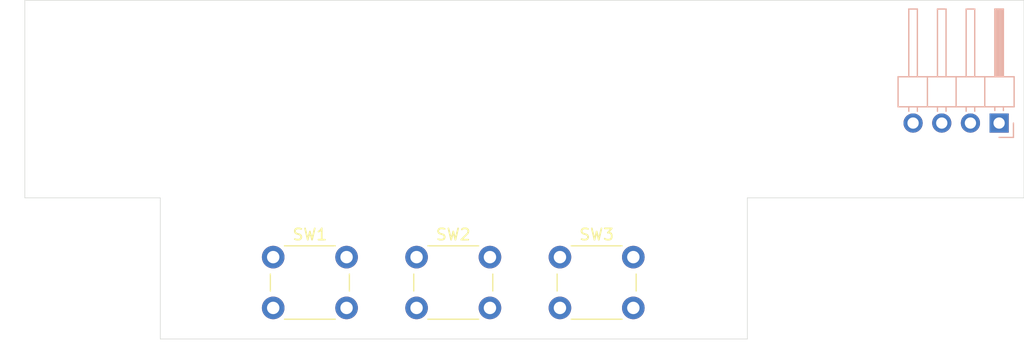
<source format=kicad_pcb>
(kicad_pcb (version 20240108) (generator "pcbnew") (generator_version "8.0")
  (layers (0 "F.Cu" signal) (31 "B.Cu" signal) (34 "B.Paste" user) (35 "F.Paste" user) (36 "B.SilkS" user "B.Silkscreen") (37 "F.SilkS" user "F.Silkscreen") (38 "B.Mask" user) (39 "F.Mask" user) (44 "Edge.Cuts" user))
  (net 0 "")
  (net 1 "/B1")
  (net 2 "/B2")
  (net 3 "/B3")
  (net 4 "/GND")
  (footprint "MountingHole:MountingHole_2.7mm_M2.5" (layer "F.Cu") (at 136.45 32.5)
    (property "Reference" "H4" (hide yes))
    (property "Value" "MountingHole")
    (pad "" np_thru_hole circle (at 0 0) (size 2.7 2.7) (drill 2.7) (layers "*.Cu" "*.Mask"))
  )
  (footprint "Button_Switch_THT:SW_PUSH_6mm" (layer "F.Cu") (at 98.2 45.25)
    (property "Reference" "SW2" (at 3.25 -2 0) (layer "F.SilkS"))
    (property "Value" "SW_Push")
    (fp_line (start -0.25 1.5) (end -0.25 3) (stroke (width 0.12)) (layer "F.SilkS"))
    (fp_line (start 1 5.5) (end 5.5 5.5) (stroke (width 0.12)) (layer "F.SilkS"))
    (fp_line (start 5.5 -1) (end 1 -1) (stroke (width 0.12)) (layer "F.SilkS"))
    (fp_line (start 6.75 3) (end 6.75 1.5) (stroke (width 0.12)) (layer "F.SilkS"))
    (pad "1" thru_hole circle (at 0 0 90) (size 2 2) (drill 1.1) (layers "*.Cu" "*.Mask") (net 2 "/B2"))
    (pad "1" thru_hole circle (at 6.5 0 90) (size 2 2) (drill 1.1) (layers "*.Cu" "*.Mask") (net 2 "/B2"))
    (pad "2" thru_hole circle (at 0 4.5 90) (size 2 2) (drill 1.1) (layers "*.Cu" "*.Mask") (net 4 "/GND"))
    (pad "2" thru_hole circle (at 6.5 4.5 90) (size 2 2) (drill 1.1) (layers "*.Cu" "*.Mask") (net 4 "/GND"))
  )
  (footprint "Button_Switch_THT:SW_PUSH_6mm" (layer "F.Cu") (at 85.5 45.25)
    (property "Reference" "SW1" (at 3.25 -2 0) (layer "F.SilkS"))
    (property "Value" "SW_Push")
    (fp_line (start -0.25 1.5) (end -0.25 3) (stroke (width 0.12)) (layer "F.SilkS"))
    (fp_line (start 1 5.5) (end 5.5 5.5) (stroke (width 0.12)) (layer "F.SilkS"))
    (fp_line (start 5.5 -1) (end 1 -1) (stroke (width 0.12)) (layer "F.SilkS"))
    (fp_line (start 6.75 3) (end 6.75 1.5) (stroke (width 0.12)) (layer "F.SilkS"))
    (pad "1" thru_hole circle (at 0 0 90) (size 2 2) (drill 1.1) (layers "*.Cu" "*.Mask") (net 1 "/B1"))
    (pad "1" thru_hole circle (at 6.5 0 90) (size 2 2) (drill 1.1) (layers "*.Cu" "*.Mask") (net 1 "/B1"))
    (pad "2" thru_hole circle (at 0 4.5 90) (size 2 2) (drill 1.1) (layers "*.Cu" "*.Mask") (net 4 "/GND"))
    (pad "2" thru_hole circle (at 6.5 4.5 90) (size 2 2) (drill 1.1) (layers "*.Cu" "*.Mask") (net 4 "/GND"))
  )
  (footprint "MountingHole:MountingHole_2.7mm_M2.5" (layer "F.Cu") (at 66.45 32.5)
    (property "Reference" "H3" (hide yes))
    (property "Value" "MountingHole")
    (pad "" np_thru_hole circle (at 0 0) (size 2.7 2.7) (drill 2.7) (layers "*.Cu" "*.Mask"))
  )
  (footprint "MountingHole:MountingHole_2.7mm_M2.5" (layer "F.Cu") (at 78.5 47.5)
    (property "Reference" "H1" (hide yes))
    (property "Value" "MountingHole")
    (pad "" np_thru_hole circle (at 0 0) (size 2.7 2.7) (drill 2.7) (layers "*.Cu" "*.Mask"))
  )
  (footprint "Button_Switch_THT:SW_PUSH_6mm" (layer "F.Cu") (at 110.9 45.25)
    (property "Reference" "SW3" (at 3.25 -2 0) (layer "F.SilkS"))
    (property "Value" "SW_Push")
    (fp_line (start -0.25 1.5) (end -0.25 3) (stroke (width 0.12)) (layer "F.SilkS"))
    (fp_line (start 1 5.5) (end 5.5 5.5) (stroke (width 0.12)) (layer "F.SilkS"))
    (fp_line (start 5.5 -1) (end 1 -1) (stroke (width 0.12)) (layer "F.SilkS"))
    (fp_line (start 6.75 3) (end 6.75 1.5) (stroke (width 0.12)) (layer "F.SilkS"))
    (pad "1" thru_hole circle (at 0 0 90) (size 2 2) (drill 1.1) (layers "*.Cu" "*.Mask") (net 3 "/B3"))
    (pad "1" thru_hole circle (at 6.5 0 90) (size 2 2) (drill 1.1) (layers "*.Cu" "*.Mask") (net 3 "/B3"))
    (pad "2" thru_hole circle (at 0 4.5 90) (size 2 2) (drill 1.1) (layers "*.Cu" "*.Mask") (net 4 "/GND"))
    (pad "2" thru_hole circle (at 6.5 4.5 90) (size 2 2) (drill 1.1) (layers "*.Cu" "*.Mask") (net 4 "/GND"))
  )
  (footprint "MountingHole:MountingHole_2.7mm_M2.5" (layer "F.Cu") (at 124.4 47.5)
    (property "Reference" "H2" (hide yes))
    (property "Value" "MountingHole")
    (pad "" np_thru_hole circle (at 0 0) (size 2.7 2.7) (drill 2.7) (layers "*.Cu" "*.Mask"))
  )
  (footprint "Connector_PinHeader_2.54mm:PinHeader_1x04_P2.54mm_Horizontal" (layer "B.Cu") (at 149.8 33.375 90)
    (property "Reference" "J1" (hide yes))
    (property "Value" "Conn_01x04_Pin")
    (fp_line (start 4.1 -8.95) (end 1.44 -8.95) (stroke (width 0.12)) (layer "B.SilkS"))
    (fp_line (start 1.44 -8.95) (end 1.44 1.33) (stroke (width 0.12)) (layer "B.SilkS"))
    (fp_line (start 10.1 -8) (end 10.1 -7.24) (stroke (width 0.12)) (layer "B.SilkS"))
    (fp_line (start 4.1 -8) (end 10.1 -8) (stroke (width 0.12)) (layer "B.SilkS"))
    (fp_line (start 1.44 -8) (end 1.042929 -8) (stroke (width 0.12)) (layer "B.SilkS"))
    (fp_line (start 10.1 -7.24) (end 4.1 -7.24) (stroke (width 0.12)) (layer "B.SilkS"))
    (fp_line (start 1.44 -7.24) (end 1.042929 -7.24) (stroke (width 0.12)) (layer "B.SilkS"))
    (fp_line (start 4.1 -6.35) (end 1.44 -6.35) (stroke (width 0.12)) (layer "B.SilkS"))
    (fp_line (start 10.1 -5.46) (end 10.1 -4.7) (stroke (width 0.12)) (layer "B.SilkS"))
    (fp_line (start 4.1 -5.46) (end 10.1 -5.46) (stroke (width 0.12)) (layer "B.SilkS"))
    (fp_line (start 1.44 -5.46) (end 1.042929 -5.46) (stroke (width 0.12)) (layer "B.SilkS"))
    (fp_line (start 10.1 -4.7) (end 4.1 -4.7) (stroke (width 0.12)) (layer "B.SilkS"))
    (fp_line (start 1.44 -4.7) (end 1.042929 -4.7) (stroke (width 0.12)) (layer "B.SilkS"))
    (fp_line (start 4.1 -3.81) (end 1.44 -3.81) (stroke (width 0.12)) (layer "B.SilkS"))
    (fp_line (start 10.1 -2.92) (end 10.1 -2.16) (stroke (width 0.12)) (layer "B.SilkS"))
    (fp_line (start 4.1 -2.92) (end 10.1 -2.92) (stroke (width 0.12)) (layer "B.SilkS"))
    (fp_line (start 1.44 -2.92) (end 1.042929 -2.92) (stroke (width 0.12)) (layer "B.SilkS"))
    (fp_line (start 10.1 -2.16) (end 4.1 -2.16) (stroke (width 0.12)) (layer "B.SilkS"))
    (fp_line (start 1.44 -2.16) (end 1.042929 -2.16) (stroke (width 0.12)) (layer "B.SilkS"))
    (fp_line (start 4.1 -1.27) (end 1.44 -1.27) (stroke (width 0.12)) (layer "B.SilkS"))
    (fp_line (start 10.1 -0.38) (end 10.1 0.38) (stroke (width 0.12)) (layer "B.SilkS"))
    (fp_line (start 4.1 -0.38) (end 10.1 -0.38) (stroke (width 0.12)) (layer "B.SilkS"))
    (fp_line (start 1.44 -0.38) (end 1.11 -0.38) (stroke (width 0.12)) (layer "B.SilkS"))
    (fp_line (start 10.1 -0.28) (end 4.1 -0.28) (stroke (width 0.12)) (layer "B.SilkS"))
    (fp_line (start 10.1 -0.16) (end 4.1 -0.16) (stroke (width 0.12)) (layer "B.SilkS"))
    (fp_line (start 10.1 -0.04) (end 4.1 -0.04) (stroke (width 0.12)) (layer "B.SilkS"))
    (fp_line (start 10.1 0.08) (end 4.1 0.08) (stroke (width 0.12)) (layer "B.SilkS"))
    (fp_line (start 10.1 0.2) (end 4.1 0.2) (stroke (width 0.12)) (layer "B.SilkS"))
    (fp_line (start 10.1 0.32) (end 4.1 0.32) (stroke (width 0.12)) (layer "B.SilkS"))
    (fp_line (start 10.1 0.38) (end 4.1 0.38) (stroke (width 0.12)) (layer "B.SilkS"))
    (fp_line (start 1.44 0.38) (end 1.11 0.38) (stroke (width 0.12)) (layer "B.SilkS"))
    (fp_line (start 0 1.27) (end -1.27 1.27) (stroke (width 0.12)) (layer "B.SilkS"))
    (fp_line (start -1.27 1.27) (end -1.27 0) (stroke (width 0.12)) (layer "B.SilkS"))
    (fp_line (start 4.1 1.33) (end 4.1 -8.95) (stroke (width 0.12)) (layer "B.SilkS"))
    (fp_line (start 1.44 1.33) (end 4.1 1.33) (stroke (width 0.12)) (layer "B.SilkS"))
    (pad "1" thru_hole rect (at 0 0 90) (size 1.7 1.7) (drill 1) (layers "*.Cu" "*.Mask") (net 1 "/B1"))
    (pad "2" thru_hole oval (at 0 -2.54 90) (size 1.7 1.7) (drill 1) (layers "*.Cu" "*.Mask") (net 2 "/B2"))
    (pad "3" thru_hole oval (at 0 -5.08 90) (size 1.7 1.7) (drill 1) (layers "*.Cu" "*.Mask") (net 3 "/B3"))
    (pad "4" thru_hole oval (at 0 -7.62 90) (size 1.7 1.7) (drill 1) (layers "*.Cu" "*.Mask") (net 4 "/GND"))
  )
  (gr_line (start 63.5 40) (end 75.5 40) (stroke (width 0.05)) (layer "Edge.Cuts"))
  (gr_line (start 63.5 40) (end 63.5 22.5) (stroke (width 0.05)) (layer "Edge.Cuts"))
  (gr_line (start 127.5 40) (end 127.5 52.5) (stroke (width 0.05)) (layer "Edge.Cuts"))
  (gr_line (start 152 22.5) (end 152 40) (stroke (width 0.05)) (layer "Edge.Cuts"))
  (gr_line (start 75.5 52.5) (end 75.5 40) (stroke (width 0.05)) (layer "Edge.Cuts"))
  (gr_line (start 127.5 52.5) (end 75.5 52.5) (stroke (width 0.05)) (layer "Edge.Cuts"))
  (gr_line (start 63.5 22.5) (end 152 22.5) (stroke (width 0.05)) (layer "Edge.Cuts"))
  (gr_line (start 127.5 40) (end 152 40) (stroke (width 0.05)) (layer "Edge.Cuts"))
)
</source>
